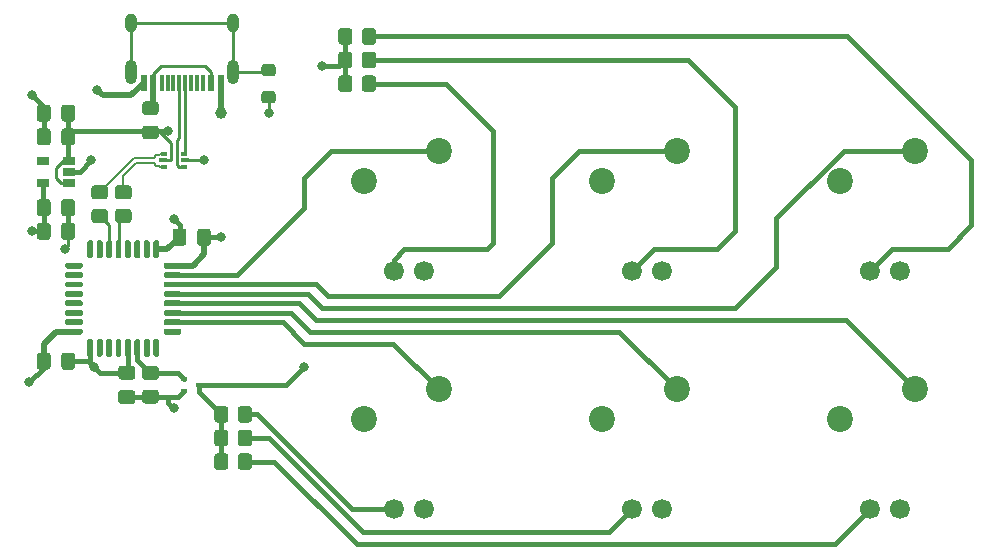
<source format=gbr>
%TF.GenerationSoftware,KiCad,Pcbnew,5.1.10*%
%TF.CreationDate,2021-10-11T19:57:22-04:00*%
%TF.ProjectId,6_key_macro,365f6b65-795f-46d6-9163-726f2e6b6963,rev?*%
%TF.SameCoordinates,Original*%
%TF.FileFunction,Copper,L1,Top*%
%TF.FilePolarity,Positive*%
%FSLAX46Y46*%
G04 Gerber Fmt 4.6, Leading zero omitted, Abs format (unit mm)*
G04 Created by KiCad (PCBNEW 5.1.10) date 2021-10-11 19:57:22*
%MOMM*%
%LPD*%
G01*
G04 APERTURE LIST*
%TA.AperFunction,ComponentPad*%
%ADD10C,1.690600*%
%TD*%
%TA.AperFunction,ComponentPad*%
%ADD11C,2.200000*%
%TD*%
%TA.AperFunction,SMDPad,CuDef*%
%ADD12R,1.060000X0.650000*%
%TD*%
%TA.AperFunction,SMDPad,CuDef*%
%ADD13R,0.510000X0.400000*%
%TD*%
%TA.AperFunction,SMDPad,CuDef*%
%ADD14R,0.500000X0.375000*%
%TD*%
%TA.AperFunction,SMDPad,CuDef*%
%ADD15R,0.650000X0.300000*%
%TD*%
%TA.AperFunction,SMDPad,CuDef*%
%ADD16R,0.600000X1.450000*%
%TD*%
%TA.AperFunction,SMDPad,CuDef*%
%ADD17R,0.300000X1.450000*%
%TD*%
%TA.AperFunction,ComponentPad*%
%ADD18O,1.000000X2.100000*%
%TD*%
%TA.AperFunction,ComponentPad*%
%ADD19O,1.000000X1.600000*%
%TD*%
%TA.AperFunction,ViaPad*%
%ADD20C,0.800000*%
%TD*%
%TA.AperFunction,ViaPad*%
%ADD21C,1.000000*%
%TD*%
%TA.AperFunction,Conductor*%
%ADD22C,0.250000*%
%TD*%
%TA.AperFunction,Conductor*%
%ADD23C,0.500000*%
%TD*%
%TA.AperFunction,Conductor*%
%ADD24C,0.400000*%
%TD*%
%TA.AperFunction,Conductor*%
%ADD25C,0.200000*%
%TD*%
G04 APERTURE END LIST*
D10*
%TO.P,SW4,4*%
%TO.N,VBUS*%
X110805000Y-157525000D03*
%TO.P,SW4,3*%
%TO.N,Net-(R6-Pad1)*%
X108265000Y-157525000D03*
D11*
%TO.P,SW4,2*%
%TO.N,/SW4*%
X112075000Y-147365000D03*
%TO.P,SW4,1*%
%TO.N,GND*%
X105725000Y-149905000D03*
%TD*%
D12*
%TO.P,U3,5*%
%TO.N,+3V3*%
X58400000Y-129950000D03*
%TO.P,U3,4*%
%TO.N,Net-(U3-Pad4)*%
X58400000Y-128050000D03*
%TO.P,U3,3*%
%TO.N,VBUS*%
X60600000Y-128050000D03*
%TO.P,U3,2*%
%TO.N,GND*%
X60600000Y-129000000D03*
%TO.P,U3,1*%
%TO.N,VBUS*%
X60600000Y-129950000D03*
%TD*%
%TO.P,R9,2*%
%TO.N,/V_LED*%
%TA.AperFunction,SMDPad,CuDef*%
G36*
G01*
X74100000Y-153049999D02*
X74100000Y-153950001D01*
G75*
G02*
X73850001Y-154200000I-249999J0D01*
G01*
X73149999Y-154200000D01*
G75*
G02*
X72900000Y-153950001I0J249999D01*
G01*
X72900000Y-153049999D01*
G75*
G02*
X73149999Y-152800000I249999J0D01*
G01*
X73850001Y-152800000D01*
G75*
G02*
X74100000Y-153049999I0J-249999D01*
G01*
G37*
%TD.AperFunction*%
%TO.P,R9,1*%
%TO.N,Net-(R9-Pad1)*%
%TA.AperFunction,SMDPad,CuDef*%
G36*
G01*
X76100000Y-153049999D02*
X76100000Y-153950001D01*
G75*
G02*
X75850001Y-154200000I-249999J0D01*
G01*
X75149999Y-154200000D01*
G75*
G02*
X74900000Y-153950001I0J249999D01*
G01*
X74900000Y-153049999D01*
G75*
G02*
X75149999Y-152800000I249999J0D01*
G01*
X75850001Y-152800000D01*
G75*
G02*
X76100000Y-153049999I0J-249999D01*
G01*
G37*
%TD.AperFunction*%
%TD*%
%TO.P,R8,2*%
%TO.N,/V_LED*%
%TA.AperFunction,SMDPad,CuDef*%
G36*
G01*
X84600000Y-117049999D02*
X84600000Y-117950001D01*
G75*
G02*
X84350001Y-118200000I-249999J0D01*
G01*
X83649999Y-118200000D01*
G75*
G02*
X83400000Y-117950001I0J249999D01*
G01*
X83400000Y-117049999D01*
G75*
G02*
X83649999Y-116800000I249999J0D01*
G01*
X84350001Y-116800000D01*
G75*
G02*
X84600000Y-117049999I0J-249999D01*
G01*
G37*
%TD.AperFunction*%
%TO.P,R8,1*%
%TO.N,Net-(R8-Pad1)*%
%TA.AperFunction,SMDPad,CuDef*%
G36*
G01*
X86600000Y-117049999D02*
X86600000Y-117950001D01*
G75*
G02*
X86350001Y-118200000I-249999J0D01*
G01*
X85649999Y-118200000D01*
G75*
G02*
X85400000Y-117950001I0J249999D01*
G01*
X85400000Y-117049999D01*
G75*
G02*
X85649999Y-116800000I249999J0D01*
G01*
X86350001Y-116800000D01*
G75*
G02*
X86600000Y-117049999I0J-249999D01*
G01*
G37*
%TD.AperFunction*%
%TD*%
%TO.P,R7,2*%
%TO.N,/V_LED*%
%TA.AperFunction,SMDPad,CuDef*%
G36*
G01*
X84600000Y-119049999D02*
X84600000Y-119950001D01*
G75*
G02*
X84350001Y-120200000I-249999J0D01*
G01*
X83649999Y-120200000D01*
G75*
G02*
X83400000Y-119950001I0J249999D01*
G01*
X83400000Y-119049999D01*
G75*
G02*
X83649999Y-118800000I249999J0D01*
G01*
X84350001Y-118800000D01*
G75*
G02*
X84600000Y-119049999I0J-249999D01*
G01*
G37*
%TD.AperFunction*%
%TO.P,R7,1*%
%TO.N,Net-(R7-Pad1)*%
%TA.AperFunction,SMDPad,CuDef*%
G36*
G01*
X86600000Y-119049999D02*
X86600000Y-119950001D01*
G75*
G02*
X86350001Y-120200000I-249999J0D01*
G01*
X85649999Y-120200000D01*
G75*
G02*
X85400000Y-119950001I0J249999D01*
G01*
X85400000Y-119049999D01*
G75*
G02*
X85649999Y-118800000I249999J0D01*
G01*
X86350001Y-118800000D01*
G75*
G02*
X86600000Y-119049999I0J-249999D01*
G01*
G37*
%TD.AperFunction*%
%TD*%
%TO.P,R6,2*%
%TO.N,/V_LED*%
%TA.AperFunction,SMDPad,CuDef*%
G36*
G01*
X74100000Y-151049999D02*
X74100000Y-151950001D01*
G75*
G02*
X73850001Y-152200000I-249999J0D01*
G01*
X73149999Y-152200000D01*
G75*
G02*
X72900000Y-151950001I0J249999D01*
G01*
X72900000Y-151049999D01*
G75*
G02*
X73149999Y-150800000I249999J0D01*
G01*
X73850001Y-150800000D01*
G75*
G02*
X74100000Y-151049999I0J-249999D01*
G01*
G37*
%TD.AperFunction*%
%TO.P,R6,1*%
%TO.N,Net-(R6-Pad1)*%
%TA.AperFunction,SMDPad,CuDef*%
G36*
G01*
X76100000Y-151049999D02*
X76100000Y-151950001D01*
G75*
G02*
X75850001Y-152200000I-249999J0D01*
G01*
X75149999Y-152200000D01*
G75*
G02*
X74900000Y-151950001I0J249999D01*
G01*
X74900000Y-151049999D01*
G75*
G02*
X75149999Y-150800000I249999J0D01*
G01*
X75850001Y-150800000D01*
G75*
G02*
X76100000Y-151049999I0J-249999D01*
G01*
G37*
%TD.AperFunction*%
%TD*%
%TO.P,R5,2*%
%TO.N,/V_LED*%
%TA.AperFunction,SMDPad,CuDef*%
G36*
G01*
X84600000Y-121049999D02*
X84600000Y-121950001D01*
G75*
G02*
X84350001Y-122200000I-249999J0D01*
G01*
X83649999Y-122200000D01*
G75*
G02*
X83400000Y-121950001I0J249999D01*
G01*
X83400000Y-121049999D01*
G75*
G02*
X83649999Y-120800000I249999J0D01*
G01*
X84350001Y-120800000D01*
G75*
G02*
X84600000Y-121049999I0J-249999D01*
G01*
G37*
%TD.AperFunction*%
%TO.P,R5,1*%
%TO.N,Net-(R5-Pad1)*%
%TA.AperFunction,SMDPad,CuDef*%
G36*
G01*
X86600000Y-121049999D02*
X86600000Y-121950001D01*
G75*
G02*
X86350001Y-122200000I-249999J0D01*
G01*
X85649999Y-122200000D01*
G75*
G02*
X85400000Y-121950001I0J249999D01*
G01*
X85400000Y-121049999D01*
G75*
G02*
X85649999Y-120800000I249999J0D01*
G01*
X86350001Y-120800000D01*
G75*
G02*
X86600000Y-121049999I0J-249999D01*
G01*
G37*
%TD.AperFunction*%
%TD*%
%TO.P,R4,2*%
%TO.N,/V_LED*%
%TA.AperFunction,SMDPad,CuDef*%
G36*
G01*
X74100000Y-149049999D02*
X74100000Y-149950001D01*
G75*
G02*
X73850001Y-150200000I-249999J0D01*
G01*
X73149999Y-150200000D01*
G75*
G02*
X72900000Y-149950001I0J249999D01*
G01*
X72900000Y-149049999D01*
G75*
G02*
X73149999Y-148800000I249999J0D01*
G01*
X73850001Y-148800000D01*
G75*
G02*
X74100000Y-149049999I0J-249999D01*
G01*
G37*
%TD.AperFunction*%
%TO.P,R4,1*%
%TO.N,Net-(R4-Pad1)*%
%TA.AperFunction,SMDPad,CuDef*%
G36*
G01*
X76100000Y-149049999D02*
X76100000Y-149950001D01*
G75*
G02*
X75850001Y-150200000I-249999J0D01*
G01*
X75149999Y-150200000D01*
G75*
G02*
X74900000Y-149950001I0J249999D01*
G01*
X74900000Y-149049999D01*
G75*
G02*
X75149999Y-148800000I249999J0D01*
G01*
X75850001Y-148800000D01*
G75*
G02*
X76100000Y-149049999I0J-249999D01*
G01*
G37*
%TD.AperFunction*%
%TD*%
%TO.P,R3,2*%
%TO.N,/LEDs*%
%TA.AperFunction,SMDPad,CuDef*%
G36*
G01*
X67950001Y-146600000D02*
X67049999Y-146600000D01*
G75*
G02*
X66800000Y-146350001I0J249999D01*
G01*
X66800000Y-145649999D01*
G75*
G02*
X67049999Y-145400000I249999J0D01*
G01*
X67950001Y-145400000D01*
G75*
G02*
X68200000Y-145649999I0J-249999D01*
G01*
X68200000Y-146350001D01*
G75*
G02*
X67950001Y-146600000I-249999J0D01*
G01*
G37*
%TD.AperFunction*%
%TO.P,R3,1*%
%TO.N,GND*%
%TA.AperFunction,SMDPad,CuDef*%
G36*
G01*
X67950001Y-148600000D02*
X67049999Y-148600000D01*
G75*
G02*
X66800000Y-148350001I0J249999D01*
G01*
X66800000Y-147649999D01*
G75*
G02*
X67049999Y-147400000I249999J0D01*
G01*
X67950001Y-147400000D01*
G75*
G02*
X68200000Y-147649999I0J-249999D01*
G01*
X68200000Y-148350001D01*
G75*
G02*
X67950001Y-148600000I-249999J0D01*
G01*
G37*
%TD.AperFunction*%
%TD*%
D13*
%TO.P,Q1,2*%
%TO.N,GND*%
X70355000Y-147500000D03*
%TO.P,Q1,3*%
%TO.N,/V_LED*%
X71645000Y-147000000D03*
%TO.P,Q1,1*%
%TO.N,/LEDs*%
X70355000Y-146500000D03*
%TD*%
%TO.P,C7,2*%
%TO.N,GND*%
%TA.AperFunction,SMDPad,CuDef*%
G36*
G01*
X59950000Y-134475000D02*
X59950000Y-133525000D01*
G75*
G02*
X60200000Y-133275000I250000J0D01*
G01*
X60875000Y-133275000D01*
G75*
G02*
X61125000Y-133525000I0J-250000D01*
G01*
X61125000Y-134475000D01*
G75*
G02*
X60875000Y-134725000I-250000J0D01*
G01*
X60200000Y-134725000D01*
G75*
G02*
X59950000Y-134475000I0J250000D01*
G01*
G37*
%TD.AperFunction*%
%TO.P,C7,1*%
%TO.N,+3V3*%
%TA.AperFunction,SMDPad,CuDef*%
G36*
G01*
X57875000Y-134475000D02*
X57875000Y-133525000D01*
G75*
G02*
X58125000Y-133275000I250000J0D01*
G01*
X58800000Y-133275000D01*
G75*
G02*
X59050000Y-133525000I0J-250000D01*
G01*
X59050000Y-134475000D01*
G75*
G02*
X58800000Y-134725000I-250000J0D01*
G01*
X58125000Y-134725000D01*
G75*
G02*
X57875000Y-134475000I0J250000D01*
G01*
G37*
%TD.AperFunction*%
%TD*%
%TO.P,C6,2*%
%TO.N,GND*%
%TA.AperFunction,SMDPad,CuDef*%
G36*
G01*
X59950000Y-132475000D02*
X59950000Y-131525000D01*
G75*
G02*
X60200000Y-131275000I250000J0D01*
G01*
X60875000Y-131275000D01*
G75*
G02*
X61125000Y-131525000I0J-250000D01*
G01*
X61125000Y-132475000D01*
G75*
G02*
X60875000Y-132725000I-250000J0D01*
G01*
X60200000Y-132725000D01*
G75*
G02*
X59950000Y-132475000I0J250000D01*
G01*
G37*
%TD.AperFunction*%
%TO.P,C6,1*%
%TO.N,+3V3*%
%TA.AperFunction,SMDPad,CuDef*%
G36*
G01*
X57875000Y-132475000D02*
X57875000Y-131525000D01*
G75*
G02*
X58125000Y-131275000I250000J0D01*
G01*
X58800000Y-131275000D01*
G75*
G02*
X59050000Y-131525000I0J-250000D01*
G01*
X59050000Y-132475000D01*
G75*
G02*
X58800000Y-132725000I-250000J0D01*
G01*
X58125000Y-132725000D01*
G75*
G02*
X57875000Y-132475000I0J250000D01*
G01*
G37*
%TD.AperFunction*%
%TD*%
%TO.P,C5,2*%
%TO.N,GND*%
%TA.AperFunction,SMDPad,CuDef*%
G36*
G01*
X59050000Y-123525000D02*
X59050000Y-124475000D01*
G75*
G02*
X58800000Y-124725000I-250000J0D01*
G01*
X58125000Y-124725000D01*
G75*
G02*
X57875000Y-124475000I0J250000D01*
G01*
X57875000Y-123525000D01*
G75*
G02*
X58125000Y-123275000I250000J0D01*
G01*
X58800000Y-123275000D01*
G75*
G02*
X59050000Y-123525000I0J-250000D01*
G01*
G37*
%TD.AperFunction*%
%TO.P,C5,1*%
%TO.N,VBUS*%
%TA.AperFunction,SMDPad,CuDef*%
G36*
G01*
X61125000Y-123525000D02*
X61125000Y-124475000D01*
G75*
G02*
X60875000Y-124725000I-250000J0D01*
G01*
X60200000Y-124725000D01*
G75*
G02*
X59950000Y-124475000I0J250000D01*
G01*
X59950000Y-123525000D01*
G75*
G02*
X60200000Y-123275000I250000J0D01*
G01*
X60875000Y-123275000D01*
G75*
G02*
X61125000Y-123525000I0J-250000D01*
G01*
G37*
%TD.AperFunction*%
%TD*%
%TO.P,C4,2*%
%TO.N,GND*%
%TA.AperFunction,SMDPad,CuDef*%
G36*
G01*
X59050000Y-125525000D02*
X59050000Y-126475000D01*
G75*
G02*
X58800000Y-126725000I-250000J0D01*
G01*
X58125000Y-126725000D01*
G75*
G02*
X57875000Y-126475000I0J250000D01*
G01*
X57875000Y-125525000D01*
G75*
G02*
X58125000Y-125275000I250000J0D01*
G01*
X58800000Y-125275000D01*
G75*
G02*
X59050000Y-125525000I0J-250000D01*
G01*
G37*
%TD.AperFunction*%
%TO.P,C4,1*%
%TO.N,VBUS*%
%TA.AperFunction,SMDPad,CuDef*%
G36*
G01*
X61125000Y-125525000D02*
X61125000Y-126475000D01*
G75*
G02*
X60875000Y-126725000I-250000J0D01*
G01*
X60200000Y-126725000D01*
G75*
G02*
X59950000Y-126475000I0J250000D01*
G01*
X59950000Y-125525000D01*
G75*
G02*
X60200000Y-125275000I250000J0D01*
G01*
X60875000Y-125275000D01*
G75*
G02*
X61125000Y-125525000I0J-250000D01*
G01*
G37*
%TD.AperFunction*%
%TD*%
D10*
%TO.P,SW3,4*%
%TO.N,VBUS*%
X110805000Y-137355000D03*
%TO.P,SW3,3*%
%TO.N,Net-(R7-Pad1)*%
X108265000Y-137355000D03*
D11*
%TO.P,SW3,2*%
%TO.N,/SW3*%
X112075000Y-127195000D03*
%TO.P,SW3,1*%
%TO.N,GND*%
X105725000Y-129735000D03*
%TD*%
D10*
%TO.P,SW5,4*%
%TO.N,VBUS*%
X130975000Y-137355000D03*
%TO.P,SW5,3*%
%TO.N,Net-(R8-Pad1)*%
X128435000Y-137355000D03*
D11*
%TO.P,SW5,2*%
%TO.N,/SW5*%
X132245000Y-127195000D03*
%TO.P,SW5,1*%
%TO.N,GND*%
X125895000Y-129735000D03*
%TD*%
D10*
%TO.P,SW6,4*%
%TO.N,VBUS*%
X130975000Y-157525000D03*
%TO.P,SW6,3*%
%TO.N,Net-(R9-Pad1)*%
X128435000Y-157525000D03*
D11*
%TO.P,SW6,2*%
%TO.N,/SW6*%
X132245000Y-147365000D03*
%TO.P,SW6,1*%
%TO.N,GND*%
X125895000Y-149905000D03*
%TD*%
D10*
%TO.P,SW2,4*%
%TO.N,VBUS*%
X90635000Y-157525000D03*
%TO.P,SW2,3*%
%TO.N,Net-(R4-Pad1)*%
X88095000Y-157525000D03*
D11*
%TO.P,SW2,2*%
%TO.N,/SW2*%
X91905000Y-147365000D03*
%TO.P,SW2,1*%
%TO.N,GND*%
X85555000Y-149905000D03*
%TD*%
D10*
%TO.P,SW1,4*%
%TO.N,VBUS*%
X90635000Y-137355000D03*
%TO.P,SW1,3*%
%TO.N,Net-(R5-Pad1)*%
X88095000Y-137355000D03*
D11*
%TO.P,SW1,2*%
%TO.N,/SW1*%
X91905000Y-127195000D03*
%TO.P,SW1,1*%
%TO.N,GND*%
X85555000Y-129735000D03*
%TD*%
%TO.P,U1,32*%
%TO.N,GND*%
%TA.AperFunction,SMDPad,CuDef*%
G36*
G01*
X61650000Y-142750000D02*
X60400000Y-142750000D01*
G75*
G02*
X60275000Y-142625000I0J125000D01*
G01*
X60275000Y-142375000D01*
G75*
G02*
X60400000Y-142250000I125000J0D01*
G01*
X61650000Y-142250000D01*
G75*
G02*
X61775000Y-142375000I0J-125000D01*
G01*
X61775000Y-142625000D01*
G75*
G02*
X61650000Y-142750000I-125000J0D01*
G01*
G37*
%TD.AperFunction*%
%TO.P,U1,31*%
%TO.N,Net-(U1-Pad31)*%
%TA.AperFunction,SMDPad,CuDef*%
G36*
G01*
X61650000Y-141950000D02*
X60400000Y-141950000D01*
G75*
G02*
X60275000Y-141825000I0J125000D01*
G01*
X60275000Y-141575000D01*
G75*
G02*
X60400000Y-141450000I125000J0D01*
G01*
X61650000Y-141450000D01*
G75*
G02*
X61775000Y-141575000I0J-125000D01*
G01*
X61775000Y-141825000D01*
G75*
G02*
X61650000Y-141950000I-125000J0D01*
G01*
G37*
%TD.AperFunction*%
%TO.P,U1,30*%
%TO.N,Net-(U1-Pad30)*%
%TA.AperFunction,SMDPad,CuDef*%
G36*
G01*
X61650000Y-141150000D02*
X60400000Y-141150000D01*
G75*
G02*
X60275000Y-141025000I0J125000D01*
G01*
X60275000Y-140775000D01*
G75*
G02*
X60400000Y-140650000I125000J0D01*
G01*
X61650000Y-140650000D01*
G75*
G02*
X61775000Y-140775000I0J-125000D01*
G01*
X61775000Y-141025000D01*
G75*
G02*
X61650000Y-141150000I-125000J0D01*
G01*
G37*
%TD.AperFunction*%
%TO.P,U1,29*%
%TO.N,Net-(U1-Pad29)*%
%TA.AperFunction,SMDPad,CuDef*%
G36*
G01*
X61650000Y-140350000D02*
X60400000Y-140350000D01*
G75*
G02*
X60275000Y-140225000I0J125000D01*
G01*
X60275000Y-139975000D01*
G75*
G02*
X60400000Y-139850000I125000J0D01*
G01*
X61650000Y-139850000D01*
G75*
G02*
X61775000Y-139975000I0J-125000D01*
G01*
X61775000Y-140225000D01*
G75*
G02*
X61650000Y-140350000I-125000J0D01*
G01*
G37*
%TD.AperFunction*%
%TO.P,U1,28*%
%TO.N,Net-(U1-Pad28)*%
%TA.AperFunction,SMDPad,CuDef*%
G36*
G01*
X61650000Y-139550000D02*
X60400000Y-139550000D01*
G75*
G02*
X60275000Y-139425000I0J125000D01*
G01*
X60275000Y-139175000D01*
G75*
G02*
X60400000Y-139050000I125000J0D01*
G01*
X61650000Y-139050000D01*
G75*
G02*
X61775000Y-139175000I0J-125000D01*
G01*
X61775000Y-139425000D01*
G75*
G02*
X61650000Y-139550000I-125000J0D01*
G01*
G37*
%TD.AperFunction*%
%TO.P,U1,27*%
%TO.N,Net-(U1-Pad27)*%
%TA.AperFunction,SMDPad,CuDef*%
G36*
G01*
X61650000Y-138750000D02*
X60400000Y-138750000D01*
G75*
G02*
X60275000Y-138625000I0J125000D01*
G01*
X60275000Y-138375000D01*
G75*
G02*
X60400000Y-138250000I125000J0D01*
G01*
X61650000Y-138250000D01*
G75*
G02*
X61775000Y-138375000I0J-125000D01*
G01*
X61775000Y-138625000D01*
G75*
G02*
X61650000Y-138750000I-125000J0D01*
G01*
G37*
%TD.AperFunction*%
%TO.P,U1,26*%
%TO.N,Net-(U1-Pad26)*%
%TA.AperFunction,SMDPad,CuDef*%
G36*
G01*
X61650000Y-137950000D02*
X60400000Y-137950000D01*
G75*
G02*
X60275000Y-137825000I0J125000D01*
G01*
X60275000Y-137575000D01*
G75*
G02*
X60400000Y-137450000I125000J0D01*
G01*
X61650000Y-137450000D01*
G75*
G02*
X61775000Y-137575000I0J-125000D01*
G01*
X61775000Y-137825000D01*
G75*
G02*
X61650000Y-137950000I-125000J0D01*
G01*
G37*
%TD.AperFunction*%
%TO.P,U1,25*%
%TO.N,Net-(U1-Pad25)*%
%TA.AperFunction,SMDPad,CuDef*%
G36*
G01*
X61650000Y-137150000D02*
X60400000Y-137150000D01*
G75*
G02*
X60275000Y-137025000I0J125000D01*
G01*
X60275000Y-136775000D01*
G75*
G02*
X60400000Y-136650000I125000J0D01*
G01*
X61650000Y-136650000D01*
G75*
G02*
X61775000Y-136775000I0J-125000D01*
G01*
X61775000Y-137025000D01*
G75*
G02*
X61650000Y-137150000I-125000J0D01*
G01*
G37*
%TD.AperFunction*%
%TO.P,U1,24*%
%TO.N,Net-(U1-Pad24)*%
%TA.AperFunction,SMDPad,CuDef*%
G36*
G01*
X62525000Y-136275000D02*
X62275000Y-136275000D01*
G75*
G02*
X62150000Y-136150000I0J125000D01*
G01*
X62150000Y-134900000D01*
G75*
G02*
X62275000Y-134775000I125000J0D01*
G01*
X62525000Y-134775000D01*
G75*
G02*
X62650000Y-134900000I0J-125000D01*
G01*
X62650000Y-136150000D01*
G75*
G02*
X62525000Y-136275000I-125000J0D01*
G01*
G37*
%TD.AperFunction*%
%TO.P,U1,23*%
%TO.N,Net-(U1-Pad23)*%
%TA.AperFunction,SMDPad,CuDef*%
G36*
G01*
X63325000Y-136275000D02*
X63075000Y-136275000D01*
G75*
G02*
X62950000Y-136150000I0J125000D01*
G01*
X62950000Y-134900000D01*
G75*
G02*
X63075000Y-134775000I125000J0D01*
G01*
X63325000Y-134775000D01*
G75*
G02*
X63450000Y-134900000I0J-125000D01*
G01*
X63450000Y-136150000D01*
G75*
G02*
X63325000Y-136275000I-125000J0D01*
G01*
G37*
%TD.AperFunction*%
%TO.P,U1,22*%
%TO.N,Net-(R2-Pad2)*%
%TA.AperFunction,SMDPad,CuDef*%
G36*
G01*
X64125000Y-136275000D02*
X63875000Y-136275000D01*
G75*
G02*
X63750000Y-136150000I0J125000D01*
G01*
X63750000Y-134900000D01*
G75*
G02*
X63875000Y-134775000I125000J0D01*
G01*
X64125000Y-134775000D01*
G75*
G02*
X64250000Y-134900000I0J-125000D01*
G01*
X64250000Y-136150000D01*
G75*
G02*
X64125000Y-136275000I-125000J0D01*
G01*
G37*
%TD.AperFunction*%
%TO.P,U1,21*%
%TO.N,Net-(R1-Pad2)*%
%TA.AperFunction,SMDPad,CuDef*%
G36*
G01*
X64925000Y-136275000D02*
X64675000Y-136275000D01*
G75*
G02*
X64550000Y-136150000I0J125000D01*
G01*
X64550000Y-134900000D01*
G75*
G02*
X64675000Y-134775000I125000J0D01*
G01*
X64925000Y-134775000D01*
G75*
G02*
X65050000Y-134900000I0J-125000D01*
G01*
X65050000Y-136150000D01*
G75*
G02*
X64925000Y-136275000I-125000J0D01*
G01*
G37*
%TD.AperFunction*%
%TO.P,U1,20*%
%TO.N,Net-(U1-Pad20)*%
%TA.AperFunction,SMDPad,CuDef*%
G36*
G01*
X65725000Y-136275000D02*
X65475000Y-136275000D01*
G75*
G02*
X65350000Y-136150000I0J125000D01*
G01*
X65350000Y-134900000D01*
G75*
G02*
X65475000Y-134775000I125000J0D01*
G01*
X65725000Y-134775000D01*
G75*
G02*
X65850000Y-134900000I0J-125000D01*
G01*
X65850000Y-136150000D01*
G75*
G02*
X65725000Y-136275000I-125000J0D01*
G01*
G37*
%TD.AperFunction*%
%TO.P,U1,19*%
%TO.N,Net-(U1-Pad19)*%
%TA.AperFunction,SMDPad,CuDef*%
G36*
G01*
X66525000Y-136275000D02*
X66275000Y-136275000D01*
G75*
G02*
X66150000Y-136150000I0J125000D01*
G01*
X66150000Y-134900000D01*
G75*
G02*
X66275000Y-134775000I125000J0D01*
G01*
X66525000Y-134775000D01*
G75*
G02*
X66650000Y-134900000I0J-125000D01*
G01*
X66650000Y-136150000D01*
G75*
G02*
X66525000Y-136275000I-125000J0D01*
G01*
G37*
%TD.AperFunction*%
%TO.P,U1,18*%
%TO.N,Net-(U1-Pad18)*%
%TA.AperFunction,SMDPad,CuDef*%
G36*
G01*
X67325000Y-136275000D02*
X67075000Y-136275000D01*
G75*
G02*
X66950000Y-136150000I0J125000D01*
G01*
X66950000Y-134900000D01*
G75*
G02*
X67075000Y-134775000I125000J0D01*
G01*
X67325000Y-134775000D01*
G75*
G02*
X67450000Y-134900000I0J-125000D01*
G01*
X67450000Y-136150000D01*
G75*
G02*
X67325000Y-136275000I-125000J0D01*
G01*
G37*
%TD.AperFunction*%
%TO.P,U1,17*%
%TO.N,+3V3*%
%TA.AperFunction,SMDPad,CuDef*%
G36*
G01*
X68125000Y-136275000D02*
X67875000Y-136275000D01*
G75*
G02*
X67750000Y-136150000I0J125000D01*
G01*
X67750000Y-134900000D01*
G75*
G02*
X67875000Y-134775000I125000J0D01*
G01*
X68125000Y-134775000D01*
G75*
G02*
X68250000Y-134900000I0J-125000D01*
G01*
X68250000Y-136150000D01*
G75*
G02*
X68125000Y-136275000I-125000J0D01*
G01*
G37*
%TD.AperFunction*%
%TO.P,U1,16*%
%TO.N,GND*%
%TA.AperFunction,SMDPad,CuDef*%
G36*
G01*
X70000000Y-137150000D02*
X68750000Y-137150000D01*
G75*
G02*
X68625000Y-137025000I0J125000D01*
G01*
X68625000Y-136775000D01*
G75*
G02*
X68750000Y-136650000I125000J0D01*
G01*
X70000000Y-136650000D01*
G75*
G02*
X70125000Y-136775000I0J-125000D01*
G01*
X70125000Y-137025000D01*
G75*
G02*
X70000000Y-137150000I-125000J0D01*
G01*
G37*
%TD.AperFunction*%
%TO.P,U1,15*%
%TO.N,/SW1*%
%TA.AperFunction,SMDPad,CuDef*%
G36*
G01*
X70000000Y-137950000D02*
X68750000Y-137950000D01*
G75*
G02*
X68625000Y-137825000I0J125000D01*
G01*
X68625000Y-137575000D01*
G75*
G02*
X68750000Y-137450000I125000J0D01*
G01*
X70000000Y-137450000D01*
G75*
G02*
X70125000Y-137575000I0J-125000D01*
G01*
X70125000Y-137825000D01*
G75*
G02*
X70000000Y-137950000I-125000J0D01*
G01*
G37*
%TD.AperFunction*%
%TO.P,U1,14*%
%TO.N,/SW3*%
%TA.AperFunction,SMDPad,CuDef*%
G36*
G01*
X70000000Y-138750000D02*
X68750000Y-138750000D01*
G75*
G02*
X68625000Y-138625000I0J125000D01*
G01*
X68625000Y-138375000D01*
G75*
G02*
X68750000Y-138250000I125000J0D01*
G01*
X70000000Y-138250000D01*
G75*
G02*
X70125000Y-138375000I0J-125000D01*
G01*
X70125000Y-138625000D01*
G75*
G02*
X70000000Y-138750000I-125000J0D01*
G01*
G37*
%TD.AperFunction*%
%TO.P,U1,13*%
%TO.N,/SW5*%
%TA.AperFunction,SMDPad,CuDef*%
G36*
G01*
X70000000Y-139550000D02*
X68750000Y-139550000D01*
G75*
G02*
X68625000Y-139425000I0J125000D01*
G01*
X68625000Y-139175000D01*
G75*
G02*
X68750000Y-139050000I125000J0D01*
G01*
X70000000Y-139050000D01*
G75*
G02*
X70125000Y-139175000I0J-125000D01*
G01*
X70125000Y-139425000D01*
G75*
G02*
X70000000Y-139550000I-125000J0D01*
G01*
G37*
%TD.AperFunction*%
%TO.P,U1,12*%
%TO.N,/SW6*%
%TA.AperFunction,SMDPad,CuDef*%
G36*
G01*
X70000000Y-140350000D02*
X68750000Y-140350000D01*
G75*
G02*
X68625000Y-140225000I0J125000D01*
G01*
X68625000Y-139975000D01*
G75*
G02*
X68750000Y-139850000I125000J0D01*
G01*
X70000000Y-139850000D01*
G75*
G02*
X70125000Y-139975000I0J-125000D01*
G01*
X70125000Y-140225000D01*
G75*
G02*
X70000000Y-140350000I-125000J0D01*
G01*
G37*
%TD.AperFunction*%
%TO.P,U1,11*%
%TO.N,/SW4*%
%TA.AperFunction,SMDPad,CuDef*%
G36*
G01*
X70000000Y-141150000D02*
X68750000Y-141150000D01*
G75*
G02*
X68625000Y-141025000I0J125000D01*
G01*
X68625000Y-140775000D01*
G75*
G02*
X68750000Y-140650000I125000J0D01*
G01*
X70000000Y-140650000D01*
G75*
G02*
X70125000Y-140775000I0J-125000D01*
G01*
X70125000Y-141025000D01*
G75*
G02*
X70000000Y-141150000I-125000J0D01*
G01*
G37*
%TD.AperFunction*%
%TO.P,U1,10*%
%TO.N,/SW2*%
%TA.AperFunction,SMDPad,CuDef*%
G36*
G01*
X70000000Y-141950000D02*
X68750000Y-141950000D01*
G75*
G02*
X68625000Y-141825000I0J125000D01*
G01*
X68625000Y-141575000D01*
G75*
G02*
X68750000Y-141450000I125000J0D01*
G01*
X70000000Y-141450000D01*
G75*
G02*
X70125000Y-141575000I0J-125000D01*
G01*
X70125000Y-141825000D01*
G75*
G02*
X70000000Y-141950000I-125000J0D01*
G01*
G37*
%TD.AperFunction*%
%TO.P,U1,9*%
%TO.N,Net-(U1-Pad9)*%
%TA.AperFunction,SMDPad,CuDef*%
G36*
G01*
X70000000Y-142750000D02*
X68750000Y-142750000D01*
G75*
G02*
X68625000Y-142625000I0J125000D01*
G01*
X68625000Y-142375000D01*
G75*
G02*
X68750000Y-142250000I125000J0D01*
G01*
X70000000Y-142250000D01*
G75*
G02*
X70125000Y-142375000I0J-125000D01*
G01*
X70125000Y-142625000D01*
G75*
G02*
X70000000Y-142750000I-125000J0D01*
G01*
G37*
%TD.AperFunction*%
%TO.P,U1,8*%
%TO.N,Net-(U1-Pad8)*%
%TA.AperFunction,SMDPad,CuDef*%
G36*
G01*
X68125000Y-144625000D02*
X67875000Y-144625000D01*
G75*
G02*
X67750000Y-144500000I0J125000D01*
G01*
X67750000Y-143250000D01*
G75*
G02*
X67875000Y-143125000I125000J0D01*
G01*
X68125000Y-143125000D01*
G75*
G02*
X68250000Y-143250000I0J-125000D01*
G01*
X68250000Y-144500000D01*
G75*
G02*
X68125000Y-144625000I-125000J0D01*
G01*
G37*
%TD.AperFunction*%
%TO.P,U1,7*%
%TO.N,Net-(U1-Pad7)*%
%TA.AperFunction,SMDPad,CuDef*%
G36*
G01*
X67325000Y-144625000D02*
X67075000Y-144625000D01*
G75*
G02*
X66950000Y-144500000I0J125000D01*
G01*
X66950000Y-143250000D01*
G75*
G02*
X67075000Y-143125000I125000J0D01*
G01*
X67325000Y-143125000D01*
G75*
G02*
X67450000Y-143250000I0J-125000D01*
G01*
X67450000Y-144500000D01*
G75*
G02*
X67325000Y-144625000I-125000J0D01*
G01*
G37*
%TD.AperFunction*%
%TO.P,U1,6*%
%TO.N,/LEDs*%
%TA.AperFunction,SMDPad,CuDef*%
G36*
G01*
X66525000Y-144625000D02*
X66275000Y-144625000D01*
G75*
G02*
X66150000Y-144500000I0J125000D01*
G01*
X66150000Y-143250000D01*
G75*
G02*
X66275000Y-143125000I125000J0D01*
G01*
X66525000Y-143125000D01*
G75*
G02*
X66650000Y-143250000I0J-125000D01*
G01*
X66650000Y-144500000D01*
G75*
G02*
X66525000Y-144625000I-125000J0D01*
G01*
G37*
%TD.AperFunction*%
%TO.P,U1,5*%
%TO.N,+3V3*%
%TA.AperFunction,SMDPad,CuDef*%
G36*
G01*
X65725000Y-144625000D02*
X65475000Y-144625000D01*
G75*
G02*
X65350000Y-144500000I0J125000D01*
G01*
X65350000Y-143250000D01*
G75*
G02*
X65475000Y-143125000I125000J0D01*
G01*
X65725000Y-143125000D01*
G75*
G02*
X65850000Y-143250000I0J-125000D01*
G01*
X65850000Y-144500000D01*
G75*
G02*
X65725000Y-144625000I-125000J0D01*
G01*
G37*
%TD.AperFunction*%
%TO.P,U1,4*%
%TO.N,Net-(U1-Pad4)*%
%TA.AperFunction,SMDPad,CuDef*%
G36*
G01*
X64925000Y-144625000D02*
X64675000Y-144625000D01*
G75*
G02*
X64550000Y-144500000I0J125000D01*
G01*
X64550000Y-143250000D01*
G75*
G02*
X64675000Y-143125000I125000J0D01*
G01*
X64925000Y-143125000D01*
G75*
G02*
X65050000Y-143250000I0J-125000D01*
G01*
X65050000Y-144500000D01*
G75*
G02*
X64925000Y-144625000I-125000J0D01*
G01*
G37*
%TD.AperFunction*%
%TO.P,U1,3*%
%TO.N,Net-(U1-Pad3)*%
%TA.AperFunction,SMDPad,CuDef*%
G36*
G01*
X64125000Y-144625000D02*
X63875000Y-144625000D01*
G75*
G02*
X63750000Y-144500000I0J125000D01*
G01*
X63750000Y-143250000D01*
G75*
G02*
X63875000Y-143125000I125000J0D01*
G01*
X64125000Y-143125000D01*
G75*
G02*
X64250000Y-143250000I0J-125000D01*
G01*
X64250000Y-144500000D01*
G75*
G02*
X64125000Y-144625000I-125000J0D01*
G01*
G37*
%TD.AperFunction*%
%TO.P,U1,2*%
%TO.N,Net-(U1-Pad2)*%
%TA.AperFunction,SMDPad,CuDef*%
G36*
G01*
X63325000Y-144625000D02*
X63075000Y-144625000D01*
G75*
G02*
X62950000Y-144500000I0J125000D01*
G01*
X62950000Y-143250000D01*
G75*
G02*
X63075000Y-143125000I125000J0D01*
G01*
X63325000Y-143125000D01*
G75*
G02*
X63450000Y-143250000I0J-125000D01*
G01*
X63450000Y-144500000D01*
G75*
G02*
X63325000Y-144625000I-125000J0D01*
G01*
G37*
%TD.AperFunction*%
%TO.P,U1,1*%
%TO.N,+3V3*%
%TA.AperFunction,SMDPad,CuDef*%
G36*
G01*
X62525000Y-144625000D02*
X62275000Y-144625000D01*
G75*
G02*
X62150000Y-144500000I0J125000D01*
G01*
X62150000Y-143250000D01*
G75*
G02*
X62275000Y-143125000I125000J0D01*
G01*
X62525000Y-143125000D01*
G75*
G02*
X62650000Y-143250000I0J-125000D01*
G01*
X62650000Y-144500000D01*
G75*
G02*
X62525000Y-144625000I-125000J0D01*
G01*
G37*
%TD.AperFunction*%
%TD*%
%TO.P,R1,2*%
%TO.N,Net-(R1-Pad2)*%
%TA.AperFunction,SMDPad,CuDef*%
G36*
G01*
X64749999Y-132100000D02*
X65650001Y-132100000D01*
G75*
G02*
X65900000Y-132349999I0J-249999D01*
G01*
X65900000Y-133050001D01*
G75*
G02*
X65650001Y-133300000I-249999J0D01*
G01*
X64749999Y-133300000D01*
G75*
G02*
X64500000Y-133050001I0J249999D01*
G01*
X64500000Y-132349999D01*
G75*
G02*
X64749999Y-132100000I249999J0D01*
G01*
G37*
%TD.AperFunction*%
%TO.P,R1,1*%
%TO.N,/USB_D-*%
%TA.AperFunction,SMDPad,CuDef*%
G36*
G01*
X64749999Y-130100000D02*
X65650001Y-130100000D01*
G75*
G02*
X65900000Y-130349999I0J-249999D01*
G01*
X65900000Y-131050001D01*
G75*
G02*
X65650001Y-131300000I-249999J0D01*
G01*
X64749999Y-131300000D01*
G75*
G02*
X64500000Y-131050001I0J249999D01*
G01*
X64500000Y-130349999D01*
G75*
G02*
X64749999Y-130100000I249999J0D01*
G01*
G37*
%TD.AperFunction*%
%TD*%
%TO.P,R2,2*%
%TO.N,Net-(R2-Pad2)*%
%TA.AperFunction,SMDPad,CuDef*%
G36*
G01*
X62749999Y-132100000D02*
X63650001Y-132100000D01*
G75*
G02*
X63900000Y-132349999I0J-249999D01*
G01*
X63900000Y-133050001D01*
G75*
G02*
X63650001Y-133300000I-249999J0D01*
G01*
X62749999Y-133300000D01*
G75*
G02*
X62500000Y-133050001I0J249999D01*
G01*
X62500000Y-132349999D01*
G75*
G02*
X62749999Y-132100000I249999J0D01*
G01*
G37*
%TD.AperFunction*%
%TO.P,R2,1*%
%TO.N,/USB_D+*%
%TA.AperFunction,SMDPad,CuDef*%
G36*
G01*
X62749999Y-130100000D02*
X63650001Y-130100000D01*
G75*
G02*
X63900000Y-130349999I0J-249999D01*
G01*
X63900000Y-131050001D01*
G75*
G02*
X63650001Y-131300000I-249999J0D01*
G01*
X62749999Y-131300000D01*
G75*
G02*
X62500000Y-131050001I0J249999D01*
G01*
X62500000Y-130349999D01*
G75*
G02*
X62749999Y-130100000I249999J0D01*
G01*
G37*
%TD.AperFunction*%
%TD*%
%TO.P,C3,2*%
%TO.N,GND*%
%TA.AperFunction,SMDPad,CuDef*%
G36*
G01*
X65025000Y-147450000D02*
X65975000Y-147450000D01*
G75*
G02*
X66225000Y-147700000I0J-250000D01*
G01*
X66225000Y-148375000D01*
G75*
G02*
X65975000Y-148625000I-250000J0D01*
G01*
X65025000Y-148625000D01*
G75*
G02*
X64775000Y-148375000I0J250000D01*
G01*
X64775000Y-147700000D01*
G75*
G02*
X65025000Y-147450000I250000J0D01*
G01*
G37*
%TD.AperFunction*%
%TO.P,C3,1*%
%TO.N,+3V3*%
%TA.AperFunction,SMDPad,CuDef*%
G36*
G01*
X65025000Y-145375000D02*
X65975000Y-145375000D01*
G75*
G02*
X66225000Y-145625000I0J-250000D01*
G01*
X66225000Y-146300000D01*
G75*
G02*
X65975000Y-146550000I-250000J0D01*
G01*
X65025000Y-146550000D01*
G75*
G02*
X64775000Y-146300000I0J250000D01*
G01*
X64775000Y-145625000D01*
G75*
G02*
X65025000Y-145375000I250000J0D01*
G01*
G37*
%TD.AperFunction*%
%TD*%
%TO.P,C2,2*%
%TO.N,GND*%
%TA.AperFunction,SMDPad,CuDef*%
G36*
G01*
X59050000Y-144525000D02*
X59050000Y-145475000D01*
G75*
G02*
X58800000Y-145725000I-250000J0D01*
G01*
X58125000Y-145725000D01*
G75*
G02*
X57875000Y-145475000I0J250000D01*
G01*
X57875000Y-144525000D01*
G75*
G02*
X58125000Y-144275000I250000J0D01*
G01*
X58800000Y-144275000D01*
G75*
G02*
X59050000Y-144525000I0J-250000D01*
G01*
G37*
%TD.AperFunction*%
%TO.P,C2,1*%
%TO.N,+3V3*%
%TA.AperFunction,SMDPad,CuDef*%
G36*
G01*
X61125000Y-144525000D02*
X61125000Y-145475000D01*
G75*
G02*
X60875000Y-145725000I-250000J0D01*
G01*
X60200000Y-145725000D01*
G75*
G02*
X59950000Y-145475000I0J250000D01*
G01*
X59950000Y-144525000D01*
G75*
G02*
X60200000Y-144275000I250000J0D01*
G01*
X60875000Y-144275000D01*
G75*
G02*
X61125000Y-144525000I0J-250000D01*
G01*
G37*
%TD.AperFunction*%
%TD*%
%TO.P,C1,2*%
%TO.N,GND*%
%TA.AperFunction,SMDPad,CuDef*%
G36*
G01*
X71450000Y-134975000D02*
X71450000Y-134025000D01*
G75*
G02*
X71700000Y-133775000I250000J0D01*
G01*
X72375000Y-133775000D01*
G75*
G02*
X72625000Y-134025000I0J-250000D01*
G01*
X72625000Y-134975000D01*
G75*
G02*
X72375000Y-135225000I-250000J0D01*
G01*
X71700000Y-135225000D01*
G75*
G02*
X71450000Y-134975000I0J250000D01*
G01*
G37*
%TD.AperFunction*%
%TO.P,C1,1*%
%TO.N,+3V3*%
%TA.AperFunction,SMDPad,CuDef*%
G36*
G01*
X69375000Y-134975000D02*
X69375000Y-134025000D01*
G75*
G02*
X69625000Y-133775000I250000J0D01*
G01*
X70300000Y-133775000D01*
G75*
G02*
X70550000Y-134025000I0J-250000D01*
G01*
X70550000Y-134975000D01*
G75*
G02*
X70300000Y-135225000I-250000J0D01*
G01*
X69625000Y-135225000D01*
G75*
G02*
X69375000Y-134975000I0J250000D01*
G01*
G37*
%TD.AperFunction*%
%TD*%
D14*
%TO.P,U2,6*%
%TO.N,/USB_D-*%
X68650000Y-128537500D03*
%TO.P,U2,4*%
%TO.N,/USB_D+*%
X68650000Y-127462500D03*
D15*
%TO.P,U2,2*%
%TO.N,GND*%
X70425000Y-128000000D03*
%TO.P,U2,5*%
%TO.N,VBUS*%
X68575000Y-128000000D03*
D14*
%TO.P,U2,3*%
%TO.N,Net-(P1-PadA6)*%
X70350000Y-127462500D03*
%TO.P,U2,1*%
%TO.N,Net-(P1-PadA7)*%
X70350000Y-128537500D03*
%TD*%
%TO.P,FB1,2*%
%TO.N,Net-(FB1-Pad2)*%
%TA.AperFunction,SMDPad,CuDef*%
G36*
G01*
X77850001Y-120875000D02*
X77149999Y-120875000D01*
G75*
G02*
X76900000Y-120625001I0J249999D01*
G01*
X76900000Y-120074999D01*
G75*
G02*
X77149999Y-119825000I249999J0D01*
G01*
X77850001Y-119825000D01*
G75*
G02*
X78100000Y-120074999I0J-249999D01*
G01*
X78100000Y-120625001D01*
G75*
G02*
X77850001Y-120875000I-249999J0D01*
G01*
G37*
%TD.AperFunction*%
%TO.P,FB1,1*%
%TO.N,GND*%
%TA.AperFunction,SMDPad,CuDef*%
G36*
G01*
X77850001Y-123175000D02*
X77149999Y-123175000D01*
G75*
G02*
X76900000Y-122925001I0J249999D01*
G01*
X76900000Y-122374999D01*
G75*
G02*
X77149999Y-122125000I249999J0D01*
G01*
X77850001Y-122125000D01*
G75*
G02*
X78100000Y-122374999I0J-249999D01*
G01*
X78100000Y-122925001D01*
G75*
G02*
X77850001Y-123175000I-249999J0D01*
G01*
G37*
%TD.AperFunction*%
%TD*%
%TO.P,F1,2*%
%TO.N,Net-(F1-Pad2)*%
%TA.AperFunction,SMDPad,CuDef*%
G36*
G01*
X67950001Y-124150000D02*
X67049999Y-124150000D01*
G75*
G02*
X66800000Y-123900001I0J249999D01*
G01*
X66800000Y-123249999D01*
G75*
G02*
X67049999Y-123000000I249999J0D01*
G01*
X67950001Y-123000000D01*
G75*
G02*
X68200000Y-123249999I0J-249999D01*
G01*
X68200000Y-123900001D01*
G75*
G02*
X67950001Y-124150000I-249999J0D01*
G01*
G37*
%TD.AperFunction*%
%TO.P,F1,1*%
%TO.N,VBUS*%
%TA.AperFunction,SMDPad,CuDef*%
G36*
G01*
X67950001Y-126200000D02*
X67049999Y-126200000D01*
G75*
G02*
X66800000Y-125950001I0J249999D01*
G01*
X66800000Y-125299999D01*
G75*
G02*
X67049999Y-125050000I249999J0D01*
G01*
X67950001Y-125050000D01*
G75*
G02*
X68200000Y-125299999I0J-249999D01*
G01*
X68200000Y-125950001D01*
G75*
G02*
X67950001Y-126200000I-249999J0D01*
G01*
G37*
%TD.AperFunction*%
%TD*%
D16*
%TO.P,P1,B1*%
%TO.N,GND*%
X66950000Y-121445000D03*
%TO.P,P1,A9*%
%TO.N,Net-(F1-Pad2)*%
X67750000Y-121445000D03*
%TO.P,P1,B9*%
X72650000Y-121445000D03*
%TO.P,P1,B12*%
%TO.N,GND*%
X73450000Y-121445000D03*
%TO.P,P1,A1*%
X73450000Y-121445000D03*
%TO.P,P1,A4*%
%TO.N,Net-(F1-Pad2)*%
X72650000Y-121445000D03*
%TO.P,P1,B4*%
X67750000Y-121445000D03*
%TO.P,P1,A12*%
%TO.N,GND*%
X66950000Y-121445000D03*
D17*
%TO.P,P1,B8*%
%TO.N,N/C*%
X71950000Y-121445000D03*
%TO.P,P1,A5*%
%TO.N,Net-(P1-PadA5)*%
X71450000Y-121445000D03*
%TO.P,P1,B7*%
%TO.N,N/C*%
X70950000Y-121445000D03*
%TO.P,P1,A7*%
%TO.N,Net-(P1-PadA7)*%
X69950000Y-121445000D03*
%TO.P,P1,B6*%
%TO.N,N/C*%
X69450000Y-121445000D03*
%TO.P,P1,A8*%
X68950000Y-121445000D03*
%TO.P,P1,B5*%
%TO.N,Net-(P1-PadB5)*%
X68450000Y-121445000D03*
%TO.P,P1,A6*%
%TO.N,Net-(P1-PadA6)*%
X70450000Y-121445000D03*
D18*
%TO.P,P1,S1*%
%TO.N,Net-(FB1-Pad2)*%
X65880000Y-120530000D03*
X74520000Y-120530000D03*
D19*
X74520000Y-116350000D03*
X65880000Y-116350000D03*
%TD*%
D20*
%TO.N,GND*%
X77500000Y-124000000D03*
X63000000Y-122000000D03*
X73500000Y-134500000D03*
D21*
X73500000Y-124000000D03*
D20*
X72000000Y-128000000D03*
X69500000Y-149000000D03*
X57500000Y-122500000D03*
X62500000Y-128000000D03*
X57250000Y-146749976D03*
X60250000Y-135500000D03*
%TO.N,+3V3*%
X69500000Y-133000000D03*
X62749994Y-145500000D03*
X57499996Y-134000000D03*
%TO.N,VBUS*%
X69000000Y-125500000D03*
%TO.N,/V_LED*%
X82000000Y-120000000D03*
X80500000Y-145500000D03*
%TD*%
D22*
%TO.N,GND*%
X77500000Y-122650000D02*
X77500000Y-124000000D01*
D23*
X66950000Y-121445000D02*
X65895000Y-122500000D01*
X63500000Y-122500000D02*
X63000000Y-122000000D01*
X65895000Y-122500000D02*
X63500000Y-122500000D01*
X69375000Y-136900000D02*
X71100000Y-136900000D01*
X72037500Y-135962500D02*
X72037500Y-134500000D01*
X71100000Y-136900000D02*
X72037500Y-135962500D01*
X61025000Y-142500000D02*
X59500000Y-142500000D01*
X58462500Y-143537500D02*
X58462500Y-145000000D01*
X59500000Y-142500000D02*
X58462500Y-143537500D01*
D24*
X72037500Y-134500000D02*
X73500000Y-134500000D01*
D23*
X73450000Y-121445000D02*
X73450000Y-123950000D01*
X73450000Y-123950000D02*
X73500000Y-124000000D01*
D22*
X70425000Y-128000000D02*
X72000000Y-128000000D01*
D24*
X67462500Y-148037500D02*
X67500000Y-148000000D01*
X65500000Y-148037500D02*
X67462500Y-148037500D01*
X69855000Y-148000000D02*
X70355000Y-147500000D01*
X69000000Y-148500000D02*
X69500000Y-149000000D01*
X69000000Y-148000000D02*
X69000000Y-148500000D01*
X67500000Y-148000000D02*
X69000000Y-148000000D01*
X69000000Y-148000000D02*
X69855000Y-148000000D01*
X60537500Y-132000000D02*
X60537500Y-134000000D01*
X58462500Y-124000000D02*
X58462500Y-126000000D01*
X58462500Y-123462500D02*
X57500000Y-122500000D01*
X58462500Y-124000000D02*
X58462500Y-123462500D01*
X61500000Y-129000000D02*
X62500000Y-128000000D01*
X60600000Y-129000000D02*
X61500000Y-129000000D01*
X58462500Y-145000000D02*
X58462500Y-145537476D01*
X58462500Y-145537476D02*
X57250000Y-146749976D01*
D22*
X60537500Y-135212500D02*
X60250000Y-135500000D01*
X60537500Y-134000000D02*
X60537500Y-135212500D01*
D23*
%TO.N,+3V3*%
X68937500Y-135525000D02*
X69962500Y-134500000D01*
X68000000Y-135525000D02*
X68937500Y-135525000D01*
D24*
X65600000Y-145862500D02*
X65500000Y-145962500D01*
X65600000Y-143875000D02*
X65600000Y-145862500D01*
X69962500Y-133462500D02*
X69500000Y-133000000D01*
X69962500Y-134500000D02*
X69962500Y-133462500D01*
X58462500Y-134000000D02*
X58462500Y-132000000D01*
X58400000Y-131937500D02*
X58462500Y-132000000D01*
X58400000Y-129950000D02*
X58400000Y-131937500D01*
X65500000Y-145962500D02*
X63212494Y-145962500D01*
X63212494Y-145962500D02*
X62749994Y-145500000D01*
X62400000Y-145150006D02*
X62749994Y-145500000D01*
X62400000Y-143875000D02*
X62400000Y-145150006D01*
X62249994Y-145000000D02*
X62749994Y-145500000D01*
X60537500Y-145000000D02*
X62249994Y-145000000D01*
X58462500Y-134000000D02*
X57499996Y-134000000D01*
D22*
%TO.N,VBUS*%
X69225001Y-126550001D02*
X68200000Y-125525000D01*
X69225001Y-127924999D02*
X69225001Y-126550001D01*
X68200000Y-125525000D02*
X67500000Y-125525000D01*
X69150000Y-128000000D02*
X69225001Y-127924999D01*
X68575000Y-128000000D02*
X69150000Y-128000000D01*
D24*
X68975000Y-125525000D02*
X69000000Y-125500000D01*
X67500000Y-125525000D02*
X68975000Y-125525000D01*
X60537500Y-124000000D02*
X60537500Y-126000000D01*
X60537500Y-127987500D02*
X60600000Y-128050000D01*
X60537500Y-126000000D02*
X60537500Y-127987500D01*
X61012500Y-125525000D02*
X60537500Y-126000000D01*
X67500000Y-125525000D02*
X61012500Y-125525000D01*
D22*
X60109998Y-128050000D02*
X60600000Y-128050000D01*
X59500000Y-129500000D02*
X59500000Y-128659998D01*
X59500000Y-128659998D02*
X60109998Y-128050000D01*
X59950000Y-129950000D02*
X59500000Y-129500000D01*
X60600000Y-129950000D02*
X59950000Y-129950000D01*
D25*
%TO.N,/USB_D-*%
X65200000Y-129336397D02*
X65200000Y-130700000D01*
X68009999Y-128450001D02*
X67784998Y-128225000D01*
X68650000Y-128537500D02*
X68274999Y-128537500D01*
X68187500Y-128450001D02*
X68009999Y-128450001D01*
X67784998Y-128225000D02*
X66311397Y-128225000D01*
X66311397Y-128225000D02*
X65200000Y-129336397D01*
X68274999Y-128537500D02*
X68187500Y-128450001D01*
%TO.N,/USB_D+*%
X68274999Y-127462500D02*
X68187500Y-127549999D01*
X68187500Y-127549999D02*
X68009999Y-127549999D01*
X68009999Y-127549999D02*
X67784998Y-127775000D01*
X66125000Y-127775000D02*
X64881802Y-129018198D01*
X64881802Y-129018198D02*
X63200000Y-130700000D01*
X67784998Y-127775000D02*
X66125000Y-127775000D01*
X68650000Y-127462500D02*
X68274999Y-127462500D01*
D22*
%TO.N,Net-(R1-Pad2)*%
X65200000Y-132700000D02*
X64800000Y-133100000D01*
X64800000Y-133100000D02*
X64800000Y-135525000D01*
%TO.N,Net-(R2-Pad2)*%
X63200000Y-132700000D02*
X64000000Y-133500000D01*
X64000000Y-133500000D02*
X64000000Y-135525000D01*
%TO.N,Net-(F1-Pad2)*%
X67750000Y-120684998D02*
X68434998Y-120000000D01*
X67750000Y-121445000D02*
X67750000Y-120684998D01*
X72650000Y-120522002D02*
X72650000Y-121445000D01*
X72127998Y-120000000D02*
X72650000Y-120522002D01*
X68434998Y-120000000D02*
X72127998Y-120000000D01*
D23*
X67750000Y-123225000D02*
X67500000Y-123475000D01*
X67750000Y-121445000D02*
X67750000Y-123225000D01*
D22*
%TO.N,Net-(FB1-Pad2)*%
X74520000Y-120530000D02*
X74520000Y-116350000D01*
X74520000Y-116350000D02*
X65880000Y-116350000D01*
X65880000Y-116350000D02*
X65880000Y-120530000D01*
X77320000Y-120530000D02*
X77500000Y-120350000D01*
X74520000Y-120530000D02*
X77320000Y-120530000D01*
%TO.N,Net-(P1-PadA7)*%
X69902498Y-128537500D02*
X70350000Y-128537500D01*
X69774999Y-128410001D02*
X69902498Y-128537500D01*
X69774999Y-126263613D02*
X69774999Y-128410001D01*
X69950000Y-126088612D02*
X69774999Y-126263613D01*
X69950000Y-121445000D02*
X69950000Y-126088612D01*
%TO.N,Net-(P1-PadA6)*%
X70450000Y-127362500D02*
X70350000Y-127462500D01*
X70450000Y-121445000D02*
X70450000Y-127362500D01*
D24*
%TO.N,/SW1*%
X69375000Y-137700000D02*
X74800000Y-137700000D01*
X74800000Y-137700000D02*
X80500000Y-132000000D01*
X80500000Y-132000000D02*
X80500000Y-129500000D01*
X82805000Y-127195000D02*
X91905000Y-127195000D01*
X80500000Y-129500000D02*
X82805000Y-127195000D01*
%TO.N,/SW2*%
X69375000Y-141700000D02*
X78700000Y-141700000D01*
X78700000Y-141700000D02*
X80500000Y-143500000D01*
X88040000Y-143500000D02*
X91905000Y-147365000D01*
X80500000Y-143500000D02*
X88040000Y-143500000D01*
%TO.N,/SW3*%
X69375000Y-138500000D02*
X81500000Y-138500000D01*
X81500000Y-138500000D02*
X82500000Y-139500000D01*
X82500000Y-139500000D02*
X97000000Y-139500000D01*
X97000000Y-139500000D02*
X101500000Y-135000000D01*
X101500000Y-135000000D02*
X101500000Y-129500000D01*
X103805000Y-127195000D02*
X112075000Y-127195000D01*
X101500000Y-129500000D02*
X103805000Y-127195000D01*
%TO.N,/SW4*%
X112075000Y-147365000D02*
X107210000Y-142500000D01*
X107210000Y-142500000D02*
X81000000Y-142500000D01*
X79400000Y-140900000D02*
X69375000Y-140900000D01*
X81000000Y-142500000D02*
X79400000Y-140900000D01*
%TO.N,/SW5*%
X69375000Y-139300000D02*
X80800000Y-139300000D01*
X80800000Y-139300000D02*
X82000000Y-140500000D01*
X82000000Y-140500000D02*
X117000000Y-140500000D01*
X117000000Y-140500000D02*
X120500000Y-137000000D01*
X126214998Y-127195000D02*
X132245000Y-127195000D01*
X120500000Y-132909998D02*
X126214998Y-127195000D01*
X120500000Y-137000000D02*
X120500000Y-132909998D01*
%TO.N,/SW6*%
X69375000Y-140100000D02*
X80100000Y-140100000D01*
X80100000Y-140100000D02*
X81500000Y-141500000D01*
X126380000Y-141500000D02*
X132245000Y-147365000D01*
X81500000Y-141500000D02*
X126380000Y-141500000D01*
%TO.N,/V_LED*%
X84000000Y-121500000D02*
X84000000Y-117500000D01*
X73645000Y-151355000D02*
X73500000Y-151500000D01*
X73500000Y-151500000D02*
X73500000Y-153500000D01*
X83500000Y-120000000D02*
X84000000Y-119500000D01*
X82000000Y-120000000D02*
X83500000Y-120000000D01*
X71645000Y-147000000D02*
X71500000Y-147000000D01*
X71645000Y-147645000D02*
X73500000Y-149500000D01*
X71645000Y-147000000D02*
X71645000Y-147645000D01*
X73500000Y-149500000D02*
X73500000Y-151500000D01*
X71645000Y-147000000D02*
X79000000Y-147000000D01*
X79000000Y-147000000D02*
X80500000Y-145500000D01*
%TO.N,/LEDs*%
X66400000Y-143875000D02*
X66400000Y-144625000D01*
X66400000Y-144900000D02*
X66400000Y-143875000D01*
X67500000Y-146000000D02*
X66400000Y-144900000D01*
X69855000Y-146000000D02*
X70355000Y-146500000D01*
X67500000Y-146000000D02*
X69855000Y-146000000D01*
%TO.N,Net-(R4-Pad1)*%
X75500000Y-149500000D02*
X76500000Y-149500000D01*
X84525000Y-157525000D02*
X88095000Y-157525000D01*
X76500000Y-149500000D02*
X84525000Y-157525000D01*
%TO.N,Net-(R5-Pad1)*%
X88095000Y-136405000D02*
X88095000Y-137355000D01*
X89000000Y-135500000D02*
X88095000Y-136405000D01*
X96000000Y-135500000D02*
X89000000Y-135500000D01*
X96500000Y-125500000D02*
X96500000Y-135000000D01*
X92500000Y-121500000D02*
X96500000Y-125500000D01*
X96500000Y-135000000D02*
X96000000Y-135500000D01*
X86000000Y-121500000D02*
X92500000Y-121500000D01*
%TO.N,Net-(R6-Pad1)*%
X75500000Y-151500000D02*
X77500000Y-151500000D01*
X77500000Y-151500000D02*
X85500000Y-159500000D01*
X106290000Y-159500000D02*
X108265000Y-157525000D01*
X85500000Y-159500000D02*
X106290000Y-159500000D01*
%TO.N,Net-(R7-Pad1)*%
X110120000Y-135500000D02*
X108265000Y-137355000D01*
X115500000Y-135500000D02*
X110120000Y-135500000D01*
X117000000Y-134000000D02*
X115500000Y-135500000D01*
X117000000Y-123500000D02*
X117000000Y-134000000D01*
X113000000Y-119500000D02*
X117000000Y-123500000D01*
X86000000Y-119500000D02*
X113000000Y-119500000D01*
%TO.N,Net-(R8-Pad1)*%
X130290000Y-135500000D02*
X128435000Y-137355000D01*
X135000000Y-135500000D02*
X130290000Y-135500000D01*
X137000000Y-128000000D02*
X137000000Y-133500000D01*
X137000000Y-133500000D02*
X135000000Y-135500000D01*
X126500000Y-117500000D02*
X137000000Y-128000000D01*
X86000000Y-117500000D02*
X126500000Y-117500000D01*
%TO.N,Net-(R9-Pad1)*%
X75500000Y-153500000D02*
X78000000Y-153500000D01*
X78000000Y-153500000D02*
X85000000Y-160500000D01*
X125460000Y-160500000D02*
X128435000Y-157525000D01*
X85000000Y-160500000D02*
X125460000Y-160500000D01*
%TD*%
M02*

</source>
